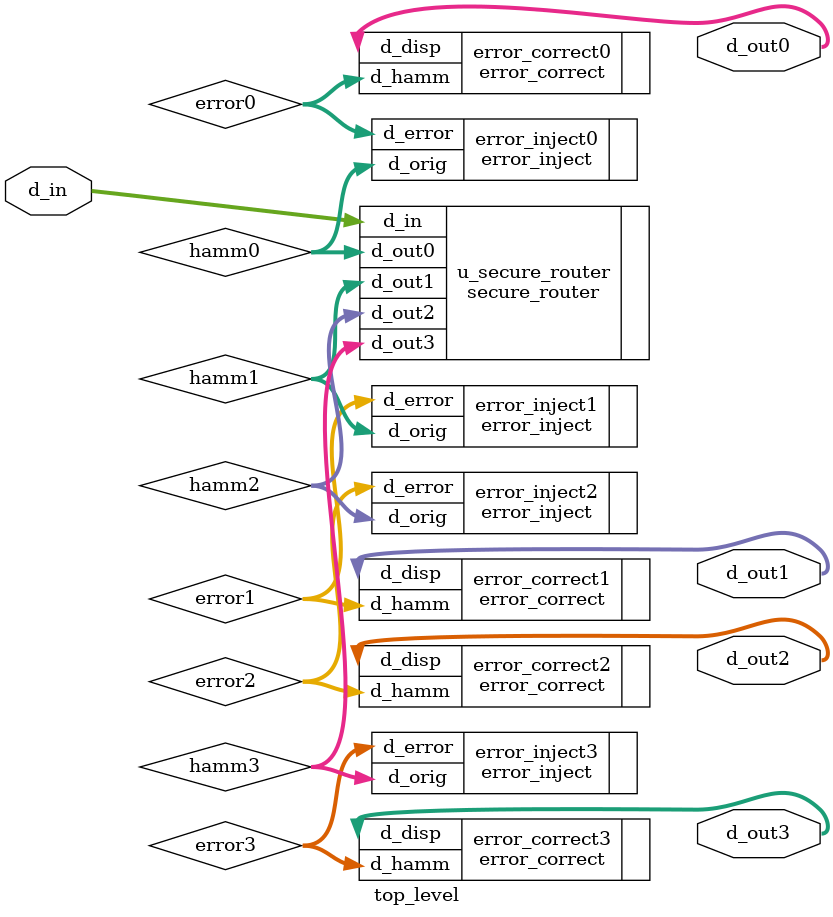
<source format=v>
module top_level(
    input [5:0] d_in,
    output [3:0] d_out0,
    output [3:0] d_out1,
    output [3:0] d_out2,
    output [3:0] d_out3
);
    wire [6:0] hamm0, hamm1, hamm2, hamm3;
    wire [6:0] error0, error1, error2, error3;

    // Instantiate the secure_router module
    secure_router u_secure_router (.d_in(d_in),.d_out0(hamm0),.d_out1(hamm1),.d_out2(hamm2),.d_out3(hamm3));

    // Instantiate the error_inject modules
    error_inject error_inject0 (.d_orig(hamm0),.d_error(error0));
    error_inject error_inject1 (.d_orig(hamm1),.d_error(error1));
    error_inject error_inject2 (.d_orig(hamm2),.d_error(error2));
    error_inject error_inject3 (.d_orig(hamm3),.d_error(error3));

    // Instantiate the error_correct modules
    error_correct error_correct0 (.d_hamm(error0),.d_disp(d_out0));
    error_correct error_correct1 (.d_hamm(error1),.d_disp(d_out1));
    error_correct error_correct2 (.d_hamm(error2),.d_disp(d_out2));
    error_correct error_correct3 (.d_hamm(error3),.d_disp(d_out3));

endmodule

</source>
